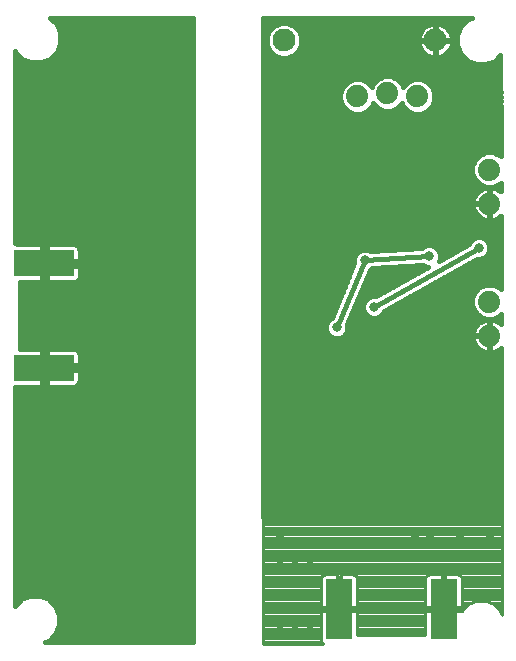
<source format=gbl>
G75*
G70*
%OFA0B0*%
%FSLAX24Y24*%
%IPPOS*%
%LPD*%
%AMOC8*
5,1,8,0,0,1.08239X$1,22.5*
%
%ADD10C,0.0740*%
%ADD11R,0.2000X0.0900*%
%ADD12C,0.0760*%
%ADD13R,0.0900X0.2000*%
%ADD14C,0.0317*%
%ADD15C,0.0160*%
%ADD16C,0.0277*%
%ADD17C,0.0110*%
D10*
X015297Y021947D03*
X016297Y022047D03*
X017297Y021947D03*
X019706Y019512D03*
X019706Y018372D03*
X019696Y015106D03*
X019696Y013966D03*
D11*
X004861Y012908D03*
X004861Y016388D03*
D12*
X012857Y023819D03*
X017897Y023819D03*
D13*
X018175Y004861D03*
X014695Y004861D03*
D14*
X014615Y014247D03*
X015848Y014926D03*
X015547Y016487D03*
X017697Y016627D03*
X019348Y016894D03*
D15*
X003885Y012248D02*
X003880Y004971D01*
X004094Y005185D01*
X004391Y005308D01*
X004714Y005308D01*
X005012Y005185D01*
X005240Y004957D01*
X005363Y004659D01*
X005363Y004336D01*
X005240Y004039D01*
X005012Y003811D01*
X004885Y003758D01*
X009807Y003756D01*
X009807Y024577D01*
X005051Y024577D01*
X005277Y024352D01*
X005400Y024054D01*
X005400Y023731D01*
X005277Y023434D01*
X005049Y023206D01*
X004751Y023082D01*
X004428Y023082D01*
X004131Y023206D01*
X003903Y023434D01*
X003892Y023460D01*
X003888Y017048D01*
X003933Y017048D01*
X003963Y017018D01*
X004781Y017018D01*
X004781Y016468D01*
X004941Y016468D01*
X006041Y016468D01*
X006041Y016861D01*
X006028Y016907D01*
X006005Y016948D01*
X005971Y016982D01*
X005930Y017005D01*
X005884Y017018D01*
X004941Y017018D01*
X004941Y016468D01*
X004941Y016308D01*
X006041Y016308D01*
X006041Y015914D01*
X006028Y015868D01*
X006005Y015827D01*
X005971Y015794D01*
X005930Y015770D01*
X005884Y015758D01*
X004941Y015758D01*
X004941Y016308D01*
X004781Y016308D01*
X004781Y015758D01*
X004051Y015758D01*
X004051Y013538D01*
X004781Y013538D01*
X004781Y012988D01*
X004941Y012988D01*
X006041Y012988D01*
X006041Y013381D01*
X006028Y013427D01*
X006005Y013468D01*
X005971Y013502D01*
X005930Y013525D01*
X005884Y013538D01*
X004941Y013538D01*
X004941Y012988D01*
X004941Y012828D01*
X006041Y012828D01*
X006041Y012434D01*
X006028Y012388D01*
X006005Y012347D01*
X005971Y012314D01*
X005930Y012290D01*
X005884Y012278D01*
X004941Y012278D01*
X004941Y012828D01*
X004781Y012828D01*
X004781Y012278D01*
X003963Y012278D01*
X003933Y012248D01*
X003885Y012248D01*
X003960Y012274D02*
X009807Y012274D01*
X009807Y012116D02*
X003885Y012116D01*
X003885Y011957D02*
X009807Y011957D01*
X009807Y011799D02*
X003885Y011799D01*
X003885Y011640D02*
X009807Y011640D01*
X009807Y011482D02*
X003884Y011482D01*
X003884Y011323D02*
X009807Y011323D01*
X009807Y011165D02*
X003884Y011165D01*
X003884Y011006D02*
X009807Y011006D01*
X009807Y010848D02*
X003884Y010848D01*
X003884Y010689D02*
X009807Y010689D01*
X009807Y010531D02*
X003884Y010531D01*
X003884Y010372D02*
X009807Y010372D01*
X009807Y010214D02*
X003884Y010214D01*
X003884Y010055D02*
X009807Y010055D01*
X009807Y009897D02*
X003884Y009897D01*
X003883Y009738D02*
X009807Y009738D01*
X009807Y009580D02*
X003883Y009580D01*
X003883Y009421D02*
X009807Y009421D01*
X009807Y009263D02*
X003883Y009263D01*
X003883Y009104D02*
X009807Y009104D01*
X009807Y008946D02*
X003883Y008946D01*
X003883Y008787D02*
X009807Y008787D01*
X009807Y008629D02*
X003883Y008629D01*
X003883Y008470D02*
X009807Y008470D01*
X009807Y008312D02*
X003883Y008312D01*
X003882Y008153D02*
X009807Y008153D01*
X009807Y007995D02*
X003882Y007995D01*
X003882Y007836D02*
X009807Y007836D01*
X009807Y007678D02*
X003882Y007678D01*
X003882Y007519D02*
X009807Y007519D01*
X009807Y007361D02*
X003882Y007361D01*
X003882Y007202D02*
X009807Y007202D01*
X009807Y007044D02*
X003882Y007044D01*
X003882Y006885D02*
X009807Y006885D01*
X009807Y006727D02*
X003882Y006727D01*
X003881Y006568D02*
X009807Y006568D01*
X009807Y006410D02*
X003881Y006410D01*
X003881Y006251D02*
X009807Y006251D01*
X009807Y006093D02*
X003881Y006093D01*
X003881Y005934D02*
X009807Y005934D01*
X009807Y005776D02*
X003881Y005776D01*
X003881Y005617D02*
X009807Y005617D01*
X009807Y005459D02*
X003881Y005459D01*
X003881Y005300D02*
X004373Y005300D01*
X004051Y005142D02*
X003881Y005142D01*
X003881Y004983D02*
X003892Y004983D01*
X004732Y005300D02*
X009807Y005300D01*
X009807Y005142D02*
X005054Y005142D01*
X005213Y004983D02*
X009807Y004983D01*
X009807Y004825D02*
X005294Y004825D01*
X005360Y004666D02*
X009807Y004666D01*
X009807Y004508D02*
X005363Y004508D01*
X005363Y004349D02*
X009807Y004349D01*
X009807Y004191D02*
X005302Y004191D01*
X005233Y004032D02*
X009807Y004032D01*
X009807Y003874D02*
X005074Y003874D01*
X012157Y007944D02*
X012147Y024577D01*
X019118Y024577D01*
X018978Y024519D01*
X018750Y024291D01*
X018626Y023993D01*
X018626Y023670D01*
X018750Y023373D01*
X018978Y023145D01*
X019275Y023021D01*
X019598Y023021D01*
X019896Y023145D01*
X020073Y023322D01*
X020074Y019949D01*
X020029Y019995D01*
X019819Y020082D01*
X019592Y020082D01*
X019383Y019995D01*
X019222Y019835D01*
X019136Y019625D01*
X019136Y019398D01*
X019222Y019189D01*
X019383Y019028D01*
X019592Y018942D01*
X019819Y018942D01*
X020029Y019028D01*
X020075Y019074D01*
X020075Y018780D01*
X020064Y018791D01*
X019994Y018842D01*
X019917Y018881D01*
X019834Y018908D01*
X019749Y018922D01*
X019724Y018922D01*
X019724Y018390D01*
X019687Y018390D01*
X019687Y018353D01*
X019724Y018353D01*
X019724Y017822D01*
X019687Y017822D01*
X019687Y018353D01*
X019156Y018353D01*
X019156Y018328D01*
X019169Y018243D01*
X019196Y018161D01*
X019235Y018083D01*
X019286Y018013D01*
X019347Y017952D01*
X019417Y017901D01*
X019495Y017862D01*
X019577Y017835D01*
X019662Y017822D01*
X012151Y017822D01*
X012151Y017980D02*
X019319Y017980D01*
X019207Y018139D02*
X012151Y018139D01*
X012151Y018297D02*
X019161Y018297D01*
X019156Y018390D02*
X019687Y018390D01*
X019687Y018922D01*
X019662Y018922D01*
X019577Y018908D01*
X019495Y018881D01*
X019417Y018842D01*
X019347Y018791D01*
X019286Y018730D01*
X019235Y018660D01*
X019196Y018583D01*
X019169Y018500D01*
X019156Y018415D01*
X019156Y018390D01*
X019162Y018456D02*
X012151Y018456D01*
X012150Y018614D02*
X019212Y018614D01*
X019329Y018773D02*
X012150Y018773D01*
X012150Y018931D02*
X020075Y018931D01*
X019724Y018773D02*
X019687Y018773D01*
X019687Y018614D02*
X019724Y018614D01*
X019724Y018456D02*
X019687Y018456D01*
X019687Y018297D02*
X019724Y018297D01*
X019724Y018139D02*
X019687Y018139D01*
X019687Y017980D02*
X019724Y017980D01*
X019724Y017822D02*
X019749Y017822D01*
X020075Y017822D01*
X019994Y017901D02*
X020064Y017952D01*
X020075Y017963D01*
X020076Y015532D01*
X020019Y015589D01*
X019809Y015676D01*
X019583Y015676D01*
X019373Y015589D01*
X019213Y015429D01*
X019126Y015219D01*
X019126Y014992D01*
X019213Y014783D01*
X019373Y014623D01*
X019583Y014536D01*
X019809Y014536D01*
X020019Y014623D01*
X020076Y014680D01*
X020076Y014363D01*
X020054Y014385D01*
X019984Y014436D01*
X019907Y014475D01*
X019825Y014502D01*
X019739Y014516D01*
X019714Y014516D01*
X019714Y013984D01*
X019678Y013984D01*
X019678Y014516D01*
X019653Y014516D01*
X019567Y014502D01*
X019485Y014475D01*
X019408Y014436D01*
X019338Y014385D01*
X019276Y014324D01*
X019226Y014254D01*
X019186Y014177D01*
X019159Y014095D01*
X019146Y014009D01*
X019146Y013984D01*
X019678Y013984D01*
X019678Y013947D01*
X019714Y013947D01*
X019714Y013416D01*
X019739Y013416D01*
X019825Y013429D01*
X019907Y013456D01*
X019984Y013495D01*
X020054Y013546D01*
X020076Y013568D01*
X020078Y007944D01*
X012157Y007944D01*
X012157Y007995D02*
X020078Y007995D01*
X020078Y008153D02*
X012157Y008153D01*
X012156Y008312D02*
X020078Y008312D01*
X020078Y008470D02*
X012156Y008470D01*
X012156Y008629D02*
X020078Y008629D01*
X020078Y008787D02*
X012156Y008787D01*
X012156Y008946D02*
X020078Y008946D01*
X020078Y009104D02*
X012156Y009104D01*
X012156Y009263D02*
X020078Y009263D01*
X020078Y009421D02*
X012156Y009421D01*
X012156Y009580D02*
X020078Y009580D01*
X020078Y009738D02*
X012156Y009738D01*
X012155Y009897D02*
X020078Y009897D01*
X020077Y010055D02*
X012155Y010055D01*
X012155Y010214D02*
X020077Y010214D01*
X020077Y010372D02*
X012155Y010372D01*
X012155Y010531D02*
X020077Y010531D01*
X020077Y010689D02*
X012155Y010689D01*
X012155Y010848D02*
X020077Y010848D01*
X020077Y011006D02*
X012155Y011006D01*
X012155Y011165D02*
X020077Y011165D01*
X020077Y011323D02*
X012155Y011323D01*
X012155Y011482D02*
X020077Y011482D01*
X020077Y011640D02*
X012154Y011640D01*
X012154Y011799D02*
X020077Y011799D01*
X020077Y011957D02*
X012154Y011957D01*
X012154Y012116D02*
X020077Y012116D01*
X020077Y012274D02*
X012154Y012274D01*
X012154Y012433D02*
X020077Y012433D01*
X020077Y012591D02*
X012154Y012591D01*
X012154Y012750D02*
X020077Y012750D01*
X020077Y012908D02*
X012154Y012908D01*
X012154Y013067D02*
X020076Y013067D01*
X020076Y013225D02*
X012154Y013225D01*
X012153Y013384D02*
X020076Y013384D01*
X020076Y013542D02*
X020049Y013542D01*
X019714Y013542D02*
X019678Y013542D01*
X019678Y013416D02*
X019678Y013947D01*
X019146Y013947D01*
X019146Y013922D01*
X019159Y013837D01*
X019186Y013755D01*
X019226Y013677D01*
X019276Y013607D01*
X019338Y013546D01*
X019408Y013495D01*
X019485Y013456D01*
X019567Y013429D01*
X019653Y013416D01*
X019678Y013416D01*
X019678Y013701D02*
X019714Y013701D01*
X019714Y013859D02*
X019678Y013859D01*
X019678Y014018D02*
X019714Y014018D01*
X019714Y014176D02*
X019678Y014176D01*
X019678Y014335D02*
X019714Y014335D01*
X019714Y014493D02*
X019678Y014493D01*
X019539Y014493D02*
X015020Y014493D01*
X014960Y014349D02*
X015718Y016170D01*
X015750Y016183D01*
X015789Y016222D01*
X017484Y016332D01*
X017494Y016323D01*
X017625Y016268D01*
X017664Y016268D01*
X015914Y015284D01*
X015776Y015284D01*
X015645Y015229D01*
X015544Y015129D01*
X015489Y014997D01*
X015489Y014854D01*
X015544Y014723D01*
X015645Y014622D01*
X015776Y014567D01*
X015919Y014567D01*
X016051Y014622D01*
X016151Y014723D01*
X016180Y014791D01*
X019281Y016535D01*
X019419Y016535D01*
X019551Y016590D01*
X019651Y016691D01*
X019706Y016822D01*
X019706Y016965D01*
X019651Y017097D01*
X019551Y017197D01*
X019419Y017252D01*
X019276Y017252D01*
X019145Y017197D01*
X019044Y017097D01*
X019015Y017028D01*
X018019Y016468D01*
X018055Y016555D01*
X018055Y016698D01*
X018000Y016830D01*
X017900Y016930D01*
X017768Y016985D01*
X017625Y016985D01*
X017494Y016930D01*
X017455Y016891D01*
X015759Y016781D01*
X015750Y016790D01*
X015618Y016845D01*
X015475Y016845D01*
X015344Y016790D01*
X015243Y016690D01*
X015188Y016558D01*
X015188Y016415D01*
X015201Y016385D01*
X014443Y014564D01*
X014411Y014550D01*
X014311Y014450D01*
X014256Y014318D01*
X014256Y014175D01*
X014311Y014044D01*
X014411Y013943D01*
X014543Y013888D01*
X014686Y013888D01*
X014818Y013943D01*
X014918Y014044D01*
X014973Y014175D01*
X014973Y014318D01*
X014960Y014349D01*
X014966Y014335D02*
X019287Y014335D01*
X019186Y014176D02*
X014973Y014176D01*
X014892Y014018D02*
X019147Y014018D01*
X019156Y013859D02*
X012153Y013859D01*
X012153Y013701D02*
X019214Y013701D01*
X019343Y013542D02*
X012153Y013542D01*
X012153Y014018D02*
X014337Y014018D01*
X014256Y014176D02*
X012153Y014176D01*
X012153Y014335D02*
X014263Y014335D01*
X014354Y014493D02*
X012153Y014493D01*
X012153Y014652D02*
X014480Y014652D01*
X014546Y014810D02*
X012153Y014810D01*
X012153Y014969D02*
X014612Y014969D01*
X014678Y015127D02*
X012152Y015127D01*
X012152Y015286D02*
X014744Y015286D01*
X014810Y015444D02*
X012152Y015444D01*
X012152Y015603D02*
X014876Y015603D01*
X014941Y015761D02*
X012152Y015761D01*
X012152Y015920D02*
X015007Y015920D01*
X015073Y016078D02*
X012152Y016078D01*
X012152Y016237D02*
X015139Y016237D01*
X015197Y016395D02*
X012152Y016395D01*
X012152Y016554D02*
X015188Y016554D01*
X015265Y016712D02*
X012152Y016712D01*
X012151Y016871D02*
X017135Y016871D01*
X017697Y016627D02*
X015547Y016487D01*
X014615Y014247D01*
X015086Y014652D02*
X015615Y014652D01*
X015508Y014810D02*
X015152Y014810D01*
X015218Y014969D02*
X015489Y014969D01*
X015543Y015127D02*
X015284Y015127D01*
X015350Y015286D02*
X015917Y015286D01*
X015482Y015603D02*
X016480Y015603D01*
X016199Y015444D02*
X015416Y015444D01*
X015548Y015761D02*
X016762Y015761D01*
X017044Y015920D02*
X015614Y015920D01*
X015680Y016078D02*
X017326Y016078D01*
X017608Y016237D02*
X016017Y016237D01*
X016777Y015127D02*
X019126Y015127D01*
X019136Y014969D02*
X016495Y014969D01*
X016214Y014810D02*
X019201Y014810D01*
X019344Y014652D02*
X016081Y014652D01*
X015848Y014926D02*
X019348Y016894D01*
X019679Y017029D02*
X020075Y017029D01*
X020075Y016871D02*
X019706Y016871D01*
X019660Y016712D02*
X020075Y016712D01*
X020075Y016554D02*
X019463Y016554D01*
X019032Y016395D02*
X020075Y016395D01*
X020075Y016237D02*
X018751Y016237D01*
X018469Y016078D02*
X020075Y016078D01*
X020076Y015920D02*
X018187Y015920D01*
X017905Y015761D02*
X020076Y015761D01*
X020076Y015603D02*
X019986Y015603D01*
X019406Y015603D02*
X017623Y015603D01*
X017341Y015444D02*
X019228Y015444D01*
X019153Y015286D02*
X017059Y015286D01*
X018054Y016554D02*
X018172Y016554D01*
X018049Y016712D02*
X018454Y016712D01*
X018735Y016871D02*
X017959Y016871D01*
X019016Y017029D02*
X012151Y017029D01*
X012151Y017188D02*
X019135Y017188D01*
X019560Y017188D02*
X020075Y017188D01*
X020075Y017346D02*
X012151Y017346D01*
X012151Y017505D02*
X020075Y017505D01*
X020075Y017663D02*
X012151Y017663D01*
X012150Y019090D02*
X019322Y019090D01*
X019198Y019248D02*
X012150Y019248D01*
X012150Y019407D02*
X019136Y019407D01*
X019136Y019565D02*
X012150Y019565D01*
X012150Y019724D02*
X019176Y019724D01*
X019270Y019882D02*
X012150Y019882D01*
X012150Y020041D02*
X019493Y020041D01*
X019918Y020041D02*
X020074Y020041D01*
X020074Y020199D02*
X012150Y020199D01*
X012149Y020358D02*
X020074Y020358D01*
X020074Y020516D02*
X012149Y020516D01*
X012149Y020675D02*
X020074Y020675D01*
X020074Y020833D02*
X012149Y020833D01*
X012149Y020992D02*
X020074Y020992D01*
X020074Y021150D02*
X012149Y021150D01*
X012149Y021309D02*
X020074Y021309D01*
X020074Y021467D02*
X017623Y021467D01*
X017620Y021463D02*
X017780Y021624D01*
X017867Y021833D01*
X017867Y022060D01*
X017780Y022270D01*
X017620Y022430D01*
X017410Y022517D01*
X017183Y022517D01*
X016974Y022430D01*
X016819Y022275D01*
X016780Y022370D01*
X016620Y022530D01*
X016410Y022617D01*
X016183Y022617D01*
X015974Y022530D01*
X015813Y022370D01*
X015774Y022275D01*
X015620Y022430D01*
X015410Y022517D01*
X015183Y022517D01*
X014974Y022430D01*
X014813Y022270D01*
X014727Y022060D01*
X014727Y021833D01*
X014813Y021624D01*
X014974Y021463D01*
X015183Y021377D01*
X015410Y021377D01*
X015620Y021463D01*
X015780Y021624D01*
X015819Y021718D01*
X015974Y021563D01*
X016183Y021477D01*
X016410Y021477D01*
X016620Y021563D01*
X016774Y021718D01*
X016813Y021624D01*
X016974Y021463D01*
X017183Y021377D01*
X017410Y021377D01*
X017620Y021463D01*
X017781Y021626D02*
X020074Y021626D01*
X020074Y021784D02*
X017846Y021784D01*
X017867Y021943D02*
X020074Y021943D01*
X020074Y022101D02*
X017850Y022101D01*
X017784Y022260D02*
X020073Y022260D01*
X020073Y022418D02*
X017631Y022418D01*
X016962Y022418D02*
X016731Y022418D01*
X016507Y022577D02*
X020073Y022577D01*
X020073Y022735D02*
X012148Y022735D01*
X012148Y022577D02*
X016087Y022577D01*
X015862Y022418D02*
X015631Y022418D01*
X014962Y022418D02*
X012148Y022418D01*
X012148Y022260D02*
X014809Y022260D01*
X014744Y022101D02*
X012148Y022101D01*
X012148Y021943D02*
X014727Y021943D01*
X014747Y021784D02*
X012149Y021784D01*
X012149Y021626D02*
X014813Y021626D01*
X014970Y021467D02*
X012149Y021467D01*
X012148Y022894D02*
X020073Y022894D01*
X020073Y023052D02*
X019672Y023052D01*
X019962Y023211D02*
X020073Y023211D01*
X019201Y023052D02*
X012148Y023052D01*
X012148Y023211D02*
X018912Y023211D01*
X018753Y023369D02*
X018230Y023369D01*
X018261Y023392D02*
X018324Y023455D01*
X018376Y023526D01*
X018416Y023604D01*
X018443Y023688D01*
X018457Y023775D01*
X018457Y023801D01*
X017915Y023801D01*
X017915Y023259D01*
X017941Y023259D01*
X018028Y023273D01*
X018112Y023300D01*
X018190Y023340D01*
X018261Y023392D01*
X018377Y023528D02*
X018686Y023528D01*
X018626Y023686D02*
X018442Y023686D01*
X018457Y023838D02*
X018457Y023863D01*
X018443Y023951D01*
X018416Y024034D01*
X018376Y024113D01*
X018324Y024184D01*
X018261Y024247D01*
X018190Y024298D01*
X018112Y024338D01*
X018028Y024366D01*
X017941Y024379D01*
X017915Y024379D01*
X017915Y023838D01*
X017878Y023838D01*
X017878Y023801D01*
X017337Y023801D01*
X017337Y023775D01*
X017350Y023688D01*
X017378Y023604D01*
X017418Y023526D01*
X017470Y023455D01*
X017532Y023392D01*
X017603Y023340D01*
X017682Y023300D01*
X017766Y023273D01*
X017853Y023259D01*
X017878Y023259D01*
X017878Y023801D01*
X017915Y023801D01*
X017915Y023838D01*
X018457Y023838D01*
X018457Y023845D02*
X018626Y023845D01*
X018631Y024003D02*
X018426Y024003D01*
X018340Y024162D02*
X018696Y024162D01*
X018779Y024320D02*
X018147Y024320D01*
X017915Y024320D02*
X017878Y024320D01*
X017878Y024379D02*
X017853Y024379D01*
X017766Y024366D01*
X017682Y024338D01*
X017603Y024298D01*
X017532Y024247D01*
X017470Y024184D01*
X017418Y024113D01*
X017378Y024034D01*
X017350Y023951D01*
X017337Y023863D01*
X017337Y023838D01*
X017878Y023838D01*
X017878Y024379D01*
X017878Y024162D02*
X017915Y024162D01*
X017915Y024003D02*
X017878Y024003D01*
X017878Y023845D02*
X017915Y023845D01*
X017915Y023686D02*
X017878Y023686D01*
X017878Y023528D02*
X017915Y023528D01*
X017915Y023369D02*
X017878Y023369D01*
X017564Y023369D02*
X013227Y023369D01*
X013186Y023328D02*
X012973Y023239D01*
X012742Y023239D01*
X012529Y023328D01*
X012366Y023491D01*
X012277Y023704D01*
X012277Y023935D01*
X012366Y024148D01*
X012529Y024311D01*
X012742Y024399D01*
X012973Y024399D01*
X013186Y024311D01*
X013349Y024148D01*
X013437Y023935D01*
X013437Y023704D01*
X013349Y023491D01*
X013186Y023328D01*
X013364Y023528D02*
X017417Y023528D01*
X017351Y023686D02*
X013430Y023686D01*
X013437Y023845D02*
X017337Y023845D01*
X017368Y024003D02*
X013409Y024003D01*
X013335Y024162D02*
X017453Y024162D01*
X017646Y024320D02*
X013164Y024320D01*
X012551Y024320D02*
X012147Y024320D01*
X012147Y024162D02*
X012379Y024162D01*
X012306Y024003D02*
X012147Y024003D01*
X012147Y023845D02*
X012277Y023845D01*
X012285Y023686D02*
X012147Y023686D01*
X012148Y023528D02*
X012350Y023528D01*
X012487Y023369D02*
X012148Y023369D01*
X012147Y024479D02*
X018938Y024479D01*
X016813Y021626D02*
X016682Y021626D01*
X016970Y021467D02*
X015623Y021467D01*
X015781Y021626D02*
X015911Y021626D01*
X019662Y017822D02*
X019687Y017822D01*
X019749Y017822D02*
X019834Y017835D01*
X019917Y017862D01*
X019994Y017901D01*
X020048Y014652D02*
X020076Y014652D01*
X020076Y014493D02*
X019853Y014493D01*
X009807Y014493D02*
X004051Y014493D01*
X004051Y014335D02*
X009807Y014335D01*
X009807Y014176D02*
X004051Y014176D01*
X004051Y014018D02*
X009807Y014018D01*
X009807Y013859D02*
X004051Y013859D01*
X004051Y013701D02*
X009807Y013701D01*
X009807Y013542D02*
X004051Y013542D01*
X004781Y013384D02*
X004941Y013384D01*
X004941Y013225D02*
X004781Y013225D01*
X004781Y013067D02*
X004941Y013067D01*
X004941Y012908D02*
X009807Y012908D01*
X009807Y012750D02*
X006041Y012750D01*
X006041Y012591D02*
X009807Y012591D01*
X009807Y012433D02*
X006040Y012433D01*
X006041Y013067D02*
X009807Y013067D01*
X009807Y013225D02*
X006041Y013225D01*
X006040Y013384D02*
X009807Y013384D01*
X009807Y014652D02*
X004051Y014652D01*
X004051Y014810D02*
X009807Y014810D01*
X009807Y014969D02*
X004051Y014969D01*
X004051Y015127D02*
X009807Y015127D01*
X009807Y015286D02*
X004051Y015286D01*
X004051Y015444D02*
X009807Y015444D01*
X009807Y015603D02*
X004051Y015603D01*
X004781Y015761D02*
X004941Y015761D01*
X004941Y015920D02*
X004781Y015920D01*
X004781Y016078D02*
X004941Y016078D01*
X004941Y016237D02*
X004781Y016237D01*
X004941Y016395D02*
X009807Y016395D01*
X009807Y016237D02*
X006041Y016237D01*
X006041Y016078D02*
X009807Y016078D01*
X009807Y015920D02*
X006041Y015920D01*
X005897Y015761D02*
X009807Y015761D01*
X009807Y016554D02*
X006041Y016554D01*
X006041Y016712D02*
X009807Y016712D01*
X009807Y016871D02*
X006038Y016871D01*
X004941Y016871D02*
X004781Y016871D01*
X004781Y016712D02*
X004941Y016712D01*
X004941Y016554D02*
X004781Y016554D01*
X003952Y017029D02*
X009807Y017029D01*
X009807Y017188D02*
X003888Y017188D01*
X003888Y017346D02*
X009807Y017346D01*
X009807Y017505D02*
X003888Y017505D01*
X003888Y017663D02*
X009807Y017663D01*
X009807Y017822D02*
X003888Y017822D01*
X003888Y017980D02*
X009807Y017980D01*
X009807Y018139D02*
X003889Y018139D01*
X003889Y018297D02*
X009807Y018297D01*
X009807Y018456D02*
X003889Y018456D01*
X003889Y018614D02*
X009807Y018614D01*
X009807Y018773D02*
X003889Y018773D01*
X003889Y018931D02*
X009807Y018931D01*
X009807Y019090D02*
X003889Y019090D01*
X003889Y019248D02*
X009807Y019248D01*
X009807Y019407D02*
X003889Y019407D01*
X003889Y019565D02*
X009807Y019565D01*
X009807Y019724D02*
X003890Y019724D01*
X003890Y019882D02*
X009807Y019882D01*
X009807Y020041D02*
X003890Y020041D01*
X003890Y020199D02*
X009807Y020199D01*
X009807Y020358D02*
X003890Y020358D01*
X003890Y020516D02*
X009807Y020516D01*
X009807Y020675D02*
X003890Y020675D01*
X003890Y020833D02*
X009807Y020833D01*
X009807Y020992D02*
X003890Y020992D01*
X003890Y021150D02*
X009807Y021150D01*
X009807Y021309D02*
X003891Y021309D01*
X003891Y021467D02*
X009807Y021467D01*
X009807Y021626D02*
X003891Y021626D01*
X003891Y021784D02*
X009807Y021784D01*
X009807Y021943D02*
X003891Y021943D01*
X003891Y022101D02*
X009807Y022101D01*
X009807Y022260D02*
X003891Y022260D01*
X003891Y022418D02*
X009807Y022418D01*
X009807Y022577D02*
X003891Y022577D01*
X003891Y022735D02*
X009807Y022735D01*
X009807Y022894D02*
X003891Y022894D01*
X003892Y023052D02*
X009807Y023052D01*
X009807Y023211D02*
X005054Y023211D01*
X005212Y023369D02*
X009807Y023369D01*
X009807Y023528D02*
X005315Y023528D01*
X005381Y023686D02*
X009807Y023686D01*
X009807Y023845D02*
X005400Y023845D01*
X005400Y024003D02*
X009807Y024003D01*
X009807Y024162D02*
X005355Y024162D01*
X005290Y024320D02*
X009807Y024320D01*
X009807Y024479D02*
X005149Y024479D01*
X003967Y023369D02*
X003892Y023369D01*
X003892Y023211D02*
X004126Y023211D01*
X004781Y012750D02*
X004941Y012750D01*
X004941Y012591D02*
X004781Y012591D01*
X004781Y012433D02*
X004941Y012433D01*
D16*
X005129Y011244D03*
X005129Y010244D03*
X005129Y009244D03*
X005129Y008244D03*
X005129Y007244D03*
X005129Y006244D03*
X004129Y006244D03*
X004129Y007244D03*
X004129Y008244D03*
X004129Y009244D03*
X004129Y010244D03*
X004129Y011244D03*
X006129Y011244D03*
X007129Y011244D03*
X007129Y010244D03*
X007129Y009244D03*
X007129Y008244D03*
X007129Y007244D03*
X007129Y006244D03*
X007129Y005244D03*
X007129Y004244D03*
X006129Y004244D03*
X006129Y005244D03*
X006129Y006244D03*
X006129Y007244D03*
X006129Y008244D03*
X006129Y009244D03*
X006129Y010244D03*
X006629Y012244D03*
X007129Y013244D03*
X007673Y013820D03*
X008129Y013244D03*
X009129Y013244D03*
X008991Y013825D03*
X008891Y015325D03*
X008391Y015925D03*
X007791Y015325D03*
X007191Y015925D03*
X006591Y015325D03*
X005556Y015374D03*
X004860Y015370D03*
X004869Y013895D03*
X005554Y013887D03*
X007629Y012244D03*
X008629Y012244D03*
X009129Y011337D03*
X008129Y011244D03*
X008129Y010244D03*
X009129Y010244D03*
X009129Y009244D03*
X009129Y008244D03*
X009129Y007244D03*
X009129Y006244D03*
X009129Y005244D03*
X009129Y004244D03*
X008129Y004244D03*
X008129Y005244D03*
X008129Y006244D03*
X008129Y007244D03*
X008129Y008244D03*
X008129Y009244D03*
X012735Y009318D03*
X012735Y008418D03*
X013735Y008418D03*
X013735Y009318D03*
X013735Y010318D03*
X013735Y011318D03*
X013735Y012318D03*
X013735Y013318D03*
X013735Y014318D03*
X012735Y014318D03*
X012735Y013318D03*
X012735Y012318D03*
X012735Y011318D03*
X012735Y010318D03*
X015085Y010318D03*
X015135Y011318D03*
X016135Y011318D03*
X016735Y011318D03*
X016735Y010418D03*
X016135Y010418D03*
X016035Y009318D03*
X016735Y009318D03*
X016735Y008218D03*
X016035Y008218D03*
X015035Y009318D03*
X017235Y007218D03*
X017735Y007218D03*
X018735Y007218D03*
X019735Y007218D03*
X019735Y008218D03*
X018735Y008218D03*
X017735Y008218D03*
X017735Y009318D03*
X018735Y009318D03*
X019735Y009318D03*
X019735Y010418D03*
X019735Y011318D03*
X019735Y012318D03*
X019735Y013318D03*
X018735Y013318D03*
X018735Y012318D03*
X018735Y011318D03*
X018735Y010418D03*
X017735Y010418D03*
X017735Y011318D03*
X017735Y012318D03*
X016735Y012318D03*
X016235Y012318D03*
X015135Y012318D03*
X015135Y013318D03*
X015335Y014018D03*
X016255Y013758D03*
X016755Y013758D03*
X017255Y013758D03*
X017525Y017078D03*
X017735Y018318D03*
X017235Y018818D03*
X017535Y019418D03*
X016735Y019318D03*
X016035Y019118D03*
X015735Y018318D03*
X016735Y018318D03*
X018735Y018318D03*
X019735Y017318D03*
X018285Y021168D03*
X017785Y021268D03*
X018285Y021868D03*
X018735Y023318D03*
X019535Y022918D03*
X019535Y022118D03*
X016885Y023618D03*
X016735Y024318D03*
X015785Y024068D03*
X014835Y022918D03*
X015585Y022818D03*
X014685Y021368D03*
X014085Y021468D03*
X014085Y020968D03*
X012735Y019318D03*
X012435Y020218D03*
X012435Y021568D03*
X012535Y022918D03*
X013735Y023118D03*
X013735Y024318D03*
X014735Y024218D03*
X015735Y021068D03*
X016285Y021068D03*
X013735Y018318D03*
X013735Y017318D03*
X014735Y017318D03*
X013735Y016318D03*
X012735Y016318D03*
X012735Y017318D03*
X012735Y018318D03*
X009291Y016025D03*
X009129Y016744D03*
X009129Y017744D03*
X009129Y018744D03*
X009129Y019744D03*
X009129Y020744D03*
X009129Y021744D03*
X009129Y022744D03*
X009129Y023744D03*
X008129Y023744D03*
X008129Y022744D03*
X008129Y021744D03*
X008129Y020744D03*
X008129Y019744D03*
X008129Y018744D03*
X008129Y017744D03*
X007629Y016744D03*
X007129Y017744D03*
X007129Y018744D03*
X007129Y019744D03*
X007129Y020744D03*
X007129Y021744D03*
X007129Y022744D03*
X007129Y023744D03*
X006129Y023744D03*
X006129Y022744D03*
X006129Y021744D03*
X006129Y020744D03*
X006129Y019744D03*
X006129Y018744D03*
X006129Y017744D03*
X006591Y016725D03*
X005129Y017744D03*
X005129Y018744D03*
X005129Y019744D03*
X005129Y020744D03*
X005129Y021744D03*
X005129Y022744D03*
X004129Y022744D03*
X004129Y021744D03*
X004129Y020744D03*
X004129Y019744D03*
X004129Y018744D03*
X004129Y017744D03*
X012735Y007318D03*
X012735Y006318D03*
X013235Y006318D03*
X013735Y006318D03*
X013735Y005318D03*
X013235Y005318D03*
X012735Y005318D03*
X012735Y004318D03*
X013235Y004318D03*
X013735Y004318D03*
X015435Y004518D03*
X015835Y004518D03*
X015835Y004918D03*
X015835Y005318D03*
X015835Y005718D03*
X015435Y005718D03*
X015435Y005318D03*
X015435Y004918D03*
X015835Y006218D03*
X017035Y006218D03*
X017035Y005718D03*
X017435Y005718D03*
X017435Y005318D03*
X017435Y004918D03*
X017435Y004518D03*
X017035Y004518D03*
X017035Y004918D03*
X017035Y005318D03*
X017935Y006218D03*
X018735Y006218D03*
X019135Y005718D03*
X019735Y005718D03*
X019735Y006218D03*
D17*
X020124Y006269D02*
X012147Y006269D01*
X012147Y006161D02*
X020124Y006161D01*
X020124Y006052D02*
X012147Y006052D01*
X012147Y005944D02*
X014114Y005944D01*
X014121Y005956D02*
X014101Y005920D01*
X014090Y005881D01*
X014090Y004916D01*
X014640Y004916D01*
X014640Y006016D01*
X014225Y006016D01*
X014185Y006005D01*
X014150Y005985D01*
X014121Y005956D01*
X014090Y005835D02*
X012147Y005835D01*
X012147Y005727D02*
X014090Y005727D01*
X014090Y005618D02*
X012147Y005618D01*
X012147Y005510D02*
X014090Y005510D01*
X014090Y005401D02*
X012147Y005401D01*
X012147Y005293D02*
X014090Y005293D01*
X014090Y005184D02*
X012147Y005184D01*
X012147Y005076D02*
X014090Y005076D01*
X014090Y004967D02*
X012147Y004967D01*
X012147Y004859D02*
X014640Y004859D01*
X014640Y004806D02*
X014640Y004916D01*
X014750Y004916D01*
X014750Y006016D01*
X015165Y006016D01*
X015205Y006005D01*
X015240Y005985D01*
X015269Y005956D01*
X015289Y005920D01*
X015300Y005881D01*
X015300Y004916D01*
X014750Y004916D01*
X014750Y004806D01*
X015300Y004806D01*
X015300Y004006D01*
X017570Y004006D01*
X017570Y004806D01*
X018120Y004806D01*
X018120Y004916D01*
X018120Y006016D01*
X017705Y006016D01*
X017665Y006005D01*
X017630Y005985D01*
X017601Y005956D01*
X017581Y005920D01*
X017570Y005881D01*
X017570Y004916D01*
X018120Y004916D01*
X018230Y004916D01*
X018230Y006016D01*
X018645Y006016D01*
X018685Y006005D01*
X018720Y005985D01*
X018749Y005956D01*
X018769Y005920D01*
X018780Y005881D01*
X018780Y004916D01*
X018230Y004916D01*
X018230Y004806D01*
X018779Y004806D01*
X018991Y005017D01*
X019272Y005134D01*
X019577Y005134D01*
X019858Y005017D01*
X020073Y004802D01*
X020124Y004679D01*
X020123Y008247D01*
X012147Y008247D01*
X012147Y003711D01*
X014157Y003710D01*
X014080Y003786D01*
X014080Y003915D01*
X014090Y003925D01*
X014090Y004806D01*
X014640Y004806D01*
X014750Y004859D02*
X018120Y004859D01*
X018120Y004967D02*
X018230Y004967D01*
X018230Y004859D02*
X018832Y004859D01*
X018780Y004967D02*
X018941Y004967D01*
X018780Y005076D02*
X019132Y005076D01*
X018780Y005184D02*
X020124Y005184D01*
X020124Y005076D02*
X019717Y005076D01*
X019908Y004967D02*
X020124Y004967D01*
X020124Y004859D02*
X020017Y004859D01*
X020095Y004750D02*
X020124Y004750D01*
X020124Y005293D02*
X018780Y005293D01*
X018780Y005401D02*
X020124Y005401D01*
X020124Y005510D02*
X018780Y005510D01*
X018780Y005618D02*
X020124Y005618D01*
X020124Y005727D02*
X018780Y005727D01*
X018780Y005835D02*
X020124Y005835D01*
X020124Y005944D02*
X018756Y005944D01*
X018230Y005944D02*
X018120Y005944D01*
X018120Y005835D02*
X018230Y005835D01*
X018230Y005727D02*
X018120Y005727D01*
X018120Y005618D02*
X018230Y005618D01*
X018230Y005510D02*
X018120Y005510D01*
X018120Y005401D02*
X018230Y005401D01*
X018230Y005293D02*
X018120Y005293D01*
X018120Y005184D02*
X018230Y005184D01*
X018230Y005076D02*
X018120Y005076D01*
X017570Y005076D02*
X015300Y005076D01*
X015300Y005184D02*
X017570Y005184D01*
X017570Y005293D02*
X015300Y005293D01*
X015300Y005401D02*
X017570Y005401D01*
X017570Y005510D02*
X015300Y005510D01*
X015300Y005618D02*
X017570Y005618D01*
X017570Y005727D02*
X015300Y005727D01*
X015300Y005835D02*
X017570Y005835D01*
X017594Y005944D02*
X015276Y005944D01*
X014750Y005944D02*
X014640Y005944D01*
X014640Y005835D02*
X014750Y005835D01*
X014750Y005727D02*
X014640Y005727D01*
X014640Y005618D02*
X014750Y005618D01*
X014750Y005510D02*
X014640Y005510D01*
X014640Y005401D02*
X014750Y005401D01*
X014750Y005293D02*
X014640Y005293D01*
X014640Y005184D02*
X014750Y005184D01*
X014750Y005076D02*
X014640Y005076D01*
X014640Y004967D02*
X014750Y004967D01*
X015300Y004967D02*
X017570Y004967D01*
X017570Y004750D02*
X015300Y004750D01*
X015300Y004642D02*
X017570Y004642D01*
X017570Y004533D02*
X015300Y004533D01*
X015300Y004425D02*
X017570Y004425D01*
X017570Y004316D02*
X015300Y004316D01*
X015300Y004208D02*
X017570Y004208D01*
X017570Y004099D02*
X015300Y004099D01*
X014090Y004099D02*
X012147Y004099D01*
X012147Y003991D02*
X014090Y003991D01*
X014080Y003882D02*
X012147Y003882D01*
X012147Y003774D02*
X014093Y003774D01*
X014090Y004208D02*
X012147Y004208D01*
X012147Y004316D02*
X014090Y004316D01*
X014090Y004425D02*
X012147Y004425D01*
X012147Y004533D02*
X014090Y004533D01*
X014090Y004642D02*
X012147Y004642D01*
X012147Y004750D02*
X014090Y004750D01*
X012147Y006378D02*
X020124Y006378D01*
X020124Y006486D02*
X012147Y006486D01*
X012147Y006595D02*
X020124Y006595D01*
X020124Y006703D02*
X012147Y006703D01*
X012147Y006812D02*
X020124Y006812D01*
X020124Y006920D02*
X012147Y006920D01*
X012147Y007029D02*
X020123Y007029D01*
X020123Y007137D02*
X012147Y007137D01*
X012147Y007246D02*
X020123Y007246D01*
X020123Y007354D02*
X012147Y007354D01*
X012147Y007463D02*
X020123Y007463D01*
X020123Y007571D02*
X012147Y007571D01*
X012147Y007680D02*
X020123Y007680D01*
X020123Y007788D02*
X012147Y007788D01*
X012147Y007897D02*
X020123Y007897D01*
X020123Y008005D02*
X012147Y008005D01*
X012147Y008114D02*
X020123Y008114D01*
X020123Y008222D02*
X012147Y008222D01*
M02*

</source>
